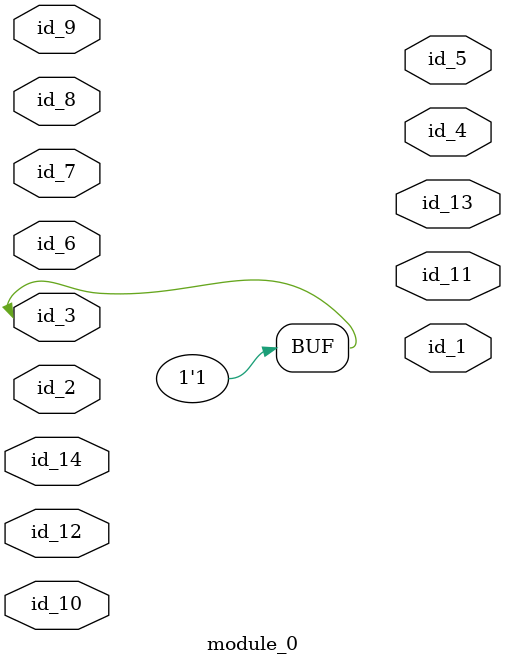
<source format=v>
`timescale 1 ps / 1ps
module module_0 (
    id_1,
    id_2,
    id_3,
    id_4,
    id_5,
    id_6,
    id_7,
    id_8,
    id_9,
    id_10,
    id_11,
    id_12,
    id_13,
    id_14
);
  inout id_14;
  output id_13;
  inout id_12;
  output id_11;
  inout id_10;
  input id_9;
  input id_8;
  input id_7;
  inout id_6;
  output id_5;
  output id_4;
  inout id_3;
  inout id_2;
  output id_1;
  assign id_3 = 1;
endmodule

</source>
